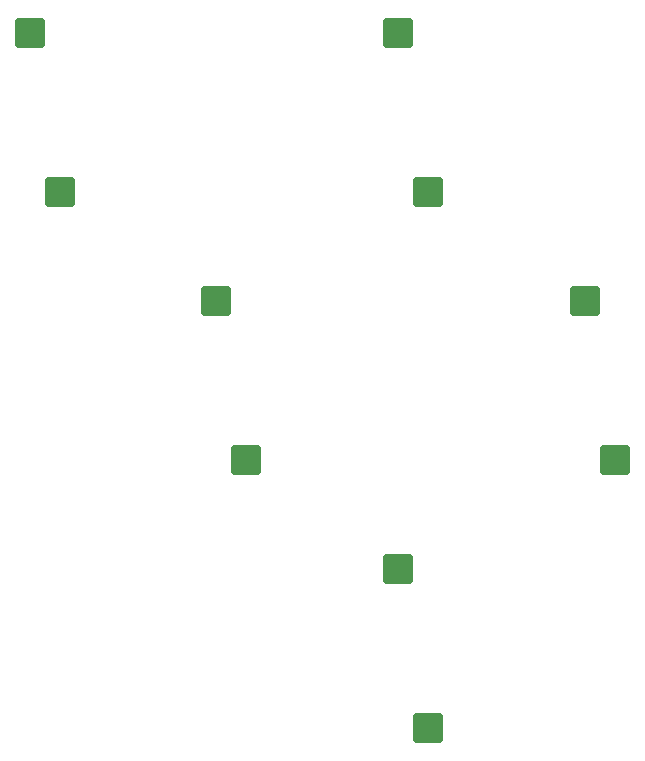
<source format=gbr>
%TF.GenerationSoftware,KiCad,Pcbnew,(6.0.7)*%
%TF.CreationDate,2023-01-05T19:36:49-06:00*%
%TF.ProjectId,OpenRectangle,4f70656e-5265-4637-9461-6e676c652e6b,rev?*%
%TF.SameCoordinates,Original*%
%TF.FileFunction,Paste,Bot*%
%TF.FilePolarity,Positive*%
%FSLAX46Y46*%
G04 Gerber Fmt 4.6, Leading zero omitted, Abs format (unit mm)*
G04 Created by KiCad (PCBNEW (6.0.7)) date 2023-01-05 19:36:49*
%MOMM*%
%LPD*%
G01*
G04 APERTURE LIST*
G04 Aperture macros list*
%AMRoundRect*
0 Rectangle with rounded corners*
0 $1 Rounding radius*
0 $2 $3 $4 $5 $6 $7 $8 $9 X,Y pos of 4 corners*
0 Add a 4 corners polygon primitive as box body*
4,1,4,$2,$3,$4,$5,$6,$7,$8,$9,$2,$3,0*
0 Add four circle primitives for the rounded corners*
1,1,$1+$1,$2,$3*
1,1,$1+$1,$4,$5*
1,1,$1+$1,$6,$7*
1,1,$1+$1,$8,$9*
0 Add four rect primitives between the rounded corners*
20,1,$1+$1,$2,$3,$4,$5,0*
20,1,$1+$1,$4,$5,$6,$7,0*
20,1,$1+$1,$6,$7,$8,$9,0*
20,1,$1+$1,$8,$9,$2,$3,0*%
G04 Aperture macros list end*
%ADD10RoundRect,0.250000X1.000000X-1.025000X1.000000X1.025000X-1.000000X1.025000X-1.000000X-1.025000X0*%
G04 APERTURE END LIST*
D10*
%TO.C,SW18*%
X269492234Y-34449100D03*
X272032234Y-47899100D03*
%TD*%
%TO.C,SW16*%
X300677234Y-34449100D03*
X303217234Y-47899100D03*
%TD*%
%TO.C,SW17*%
X316447234Y-57136100D03*
X318987234Y-70586100D03*
%TD*%
%TO.C,SW19*%
X285262234Y-57136100D03*
X287802234Y-70586100D03*
%TD*%
%TO.C,SW20*%
X300677234Y-79793100D03*
X303217234Y-93243100D03*
%TD*%
M02*

</source>
